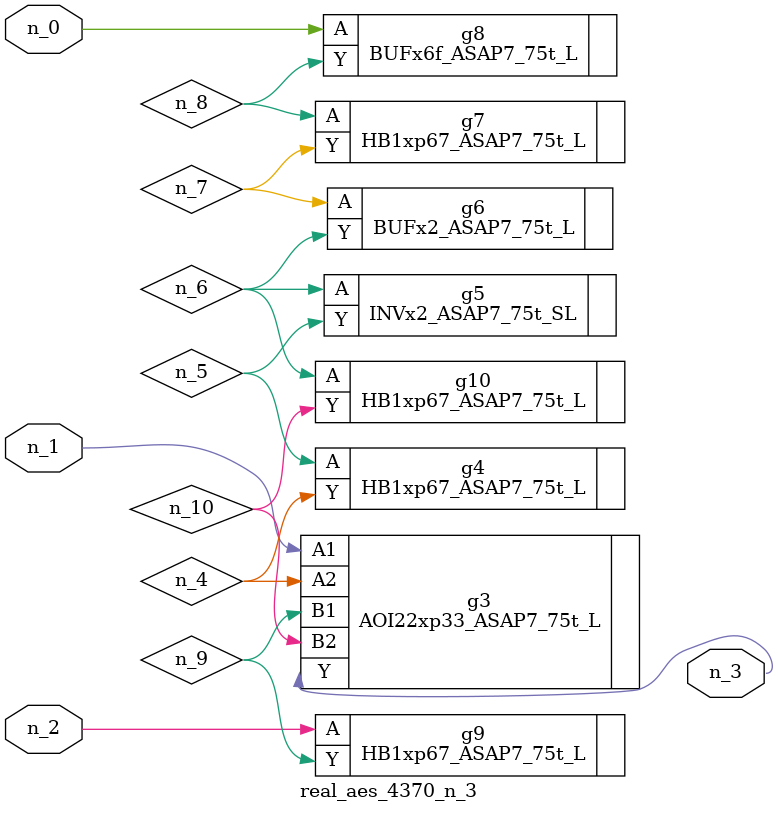
<source format=v>
module real_aes_4370_n_3 (n_0, n_2, n_1, n_3);
input n_0;
input n_2;
input n_1;
output n_3;
wire n_4;
wire n_5;
wire n_7;
wire n_9;
wire n_6;
wire n_8;
wire n_10;
BUFx6f_ASAP7_75t_L g8 ( .A(n_0), .Y(n_8) );
AOI22xp33_ASAP7_75t_L g3 ( .A1(n_1), .A2(n_4), .B1(n_9), .B2(n_10), .Y(n_3) );
HB1xp67_ASAP7_75t_L g9 ( .A(n_2), .Y(n_9) );
HB1xp67_ASAP7_75t_L g4 ( .A(n_5), .Y(n_4) );
INVx2_ASAP7_75t_SL g5 ( .A(n_6), .Y(n_5) );
HB1xp67_ASAP7_75t_L g10 ( .A(n_6), .Y(n_10) );
BUFx2_ASAP7_75t_L g6 ( .A(n_7), .Y(n_6) );
HB1xp67_ASAP7_75t_L g7 ( .A(n_8), .Y(n_7) );
endmodule
</source>
